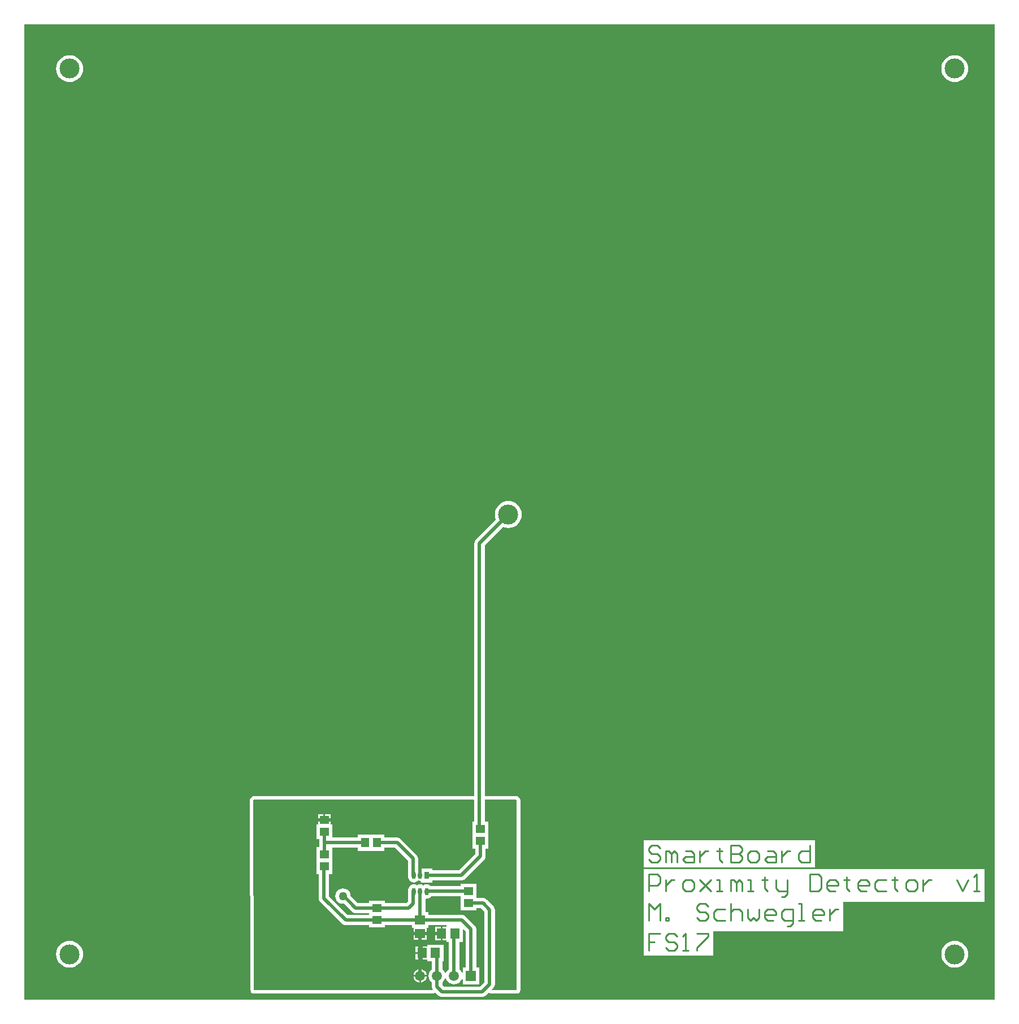
<source format=gtl>
%FSLAX25Y25*%
%MOIN*%
G70*
G01*
G75*
G04 Layer_Physical_Order=1*
G04 Layer_Color=255*
%ADD10R,0.05512X0.05906*%
%ADD11R,0.02559X0.04331*%
%ADD12O,0.02559X0.04331*%
%ADD13R,0.05512X0.04724*%
%ADD14R,0.05906X0.05512*%
%ADD15R,0.04724X0.05512*%
%ADD16C,0.02000*%
%ADD17C,0.01000*%
%ADD18C,0.11811*%
%ADD19C,0.05906*%
%ADD20R,0.05906X0.05906*%
%ADD21C,0.05000*%
G36*
X580000Y7500D02*
X7500D01*
Y582500D01*
X580000D01*
Y7500D01*
D02*
G37*
%LPC*%
G36*
X473969Y101497D02*
X373000D01*
Y85500D01*
X473969D01*
Y101497D01*
D02*
G37*
G36*
X34252Y42196D02*
X32702Y42043D01*
X31212Y41591D01*
X29839Y40857D01*
X28635Y39869D01*
X27647Y38665D01*
X26913Y37292D01*
X26461Y35802D01*
X26308Y34252D01*
X26461Y32702D01*
X26913Y31212D01*
X27647Y29839D01*
X28635Y28635D01*
X29839Y27647D01*
X31212Y26913D01*
X32702Y26461D01*
X34252Y26308D01*
X35802Y26461D01*
X37292Y26913D01*
X38665Y27647D01*
X39869Y28635D01*
X40857Y29839D01*
X41591Y31212D01*
X42043Y32702D01*
X42196Y34252D01*
X42043Y35802D01*
X41591Y37292D01*
X40857Y38665D01*
X39869Y39869D01*
X38665Y40857D01*
X37292Y41591D01*
X35802Y42043D01*
X34252Y42196D01*
D02*
G37*
G36*
X573937Y84497D02*
X373000D01*
Y65168D01*
Y47668D01*
Y33500D01*
X413989D01*
Y47668D01*
X490631D01*
Y65168D01*
X573937D01*
Y84497D01*
D02*
G37*
G36*
X556299Y42196D02*
X554749Y42043D01*
X553259Y41591D01*
X551886Y40857D01*
X550682Y39869D01*
X549694Y38665D01*
X548960Y37292D01*
X548508Y35802D01*
X548355Y34252D01*
X548508Y32702D01*
X548960Y31212D01*
X549694Y29839D01*
X550682Y28635D01*
X551886Y27647D01*
X553259Y26913D01*
X554749Y26461D01*
X556299Y26308D01*
X557849Y26461D01*
X559339Y26913D01*
X560712Y27647D01*
X561916Y28635D01*
X562904Y29839D01*
X563638Y31212D01*
X564090Y32702D01*
X564243Y34252D01*
X564090Y35802D01*
X563638Y37292D01*
X562904Y38665D01*
X561916Y39869D01*
X560712Y40857D01*
X559339Y41591D01*
X557849Y42043D01*
X556299Y42196D01*
D02*
G37*
G36*
Y564243D02*
X554749Y564090D01*
X553259Y563638D01*
X551886Y562904D01*
X550682Y561916D01*
X549694Y560712D01*
X548960Y559339D01*
X548508Y557849D01*
X548355Y556299D01*
X548508Y554749D01*
X548960Y553259D01*
X549694Y551886D01*
X550682Y550682D01*
X551886Y549694D01*
X553259Y548960D01*
X554749Y548508D01*
X556299Y548355D01*
X557849Y548508D01*
X559339Y548960D01*
X560712Y549694D01*
X561916Y550682D01*
X562904Y551886D01*
X563638Y553259D01*
X564090Y554749D01*
X564243Y556299D01*
X564090Y557849D01*
X563638Y559339D01*
X562904Y560712D01*
X561916Y561916D01*
X560712Y562904D01*
X559339Y563638D01*
X557849Y564090D01*
X556299Y564243D01*
D02*
G37*
G36*
X34252D02*
X32702Y564090D01*
X31212Y563638D01*
X29839Y562904D01*
X28635Y561916D01*
X27647Y560712D01*
X26913Y559339D01*
X26461Y557849D01*
X26308Y556299D01*
X26461Y554749D01*
X26913Y553259D01*
X27647Y551886D01*
X28635Y550682D01*
X29839Y549694D01*
X31212Y548960D01*
X32702Y548508D01*
X34252Y548355D01*
X35802Y548508D01*
X37292Y548960D01*
X38665Y549694D01*
X39869Y550682D01*
X40857Y551886D01*
X41591Y553259D01*
X42043Y554749D01*
X42196Y556299D01*
X42043Y557849D01*
X41591Y559339D01*
X40857Y560712D01*
X39869Y561916D01*
X38665Y562904D01*
X37292Y563638D01*
X35802Y564090D01*
X34252Y564243D01*
D02*
G37*
G36*
X293000Y301444D02*
X291450Y301291D01*
X289960Y300839D01*
X288587Y300105D01*
X287383Y299117D01*
X286395Y297913D01*
X285661Y296540D01*
X285209Y295050D01*
X285056Y293500D01*
X285209Y291950D01*
X285661Y290460D01*
X285668Y290447D01*
X273860Y278640D01*
X273379Y278013D01*
X273291Y277799D01*
X273077Y277283D01*
X272974Y276500D01*
Y127829D01*
X272621Y127539D01*
X142854Y127539D01*
X142852Y127539D01*
X142850Y127539D01*
X142461Y127461D01*
X142074Y127384D01*
X142072Y127383D01*
X142070Y127382D01*
X141742Y127162D01*
X141412Y126942D01*
X141411Y126940D01*
X141409Y126939D01*
X141056Y126584D01*
X141055Y126582D01*
X141053Y126581D01*
X140835Y126252D01*
X140616Y125922D01*
X140615Y125920D01*
X140614Y125918D01*
X140539Y125531D01*
X140462Y125141D01*
X140463Y125139D01*
X140462Y125137D01*
X140961Y12991D01*
X141039Y12606D01*
X141116Y12220D01*
X141119Y12216D01*
X141120Y12211D01*
X141340Y11885D01*
X141558Y11558D01*
X141562Y11556D01*
X141565Y11552D01*
X141892Y11335D01*
X142220Y11116D01*
X142224Y11115D01*
X142228Y11113D01*
X142614Y11038D01*
X143000Y10961D01*
X248188D01*
X248514Y11026D01*
X248843Y11069D01*
X248902Y11103D01*
X248968Y11116D01*
X249245Y11301D01*
X249533Y11467D01*
X249539Y11475D01*
X249672Y11555D01*
X250204Y11517D01*
X251860Y9860D01*
X252487Y9380D01*
X252701Y9291D01*
X253217Y9077D01*
X254000Y8974D01*
X277500D01*
X278283Y9077D01*
X278799Y9291D01*
X279013Y9380D01*
X279640Y9860D01*
X281450Y11671D01*
X281908Y11626D01*
X281991Y11558D01*
X282254Y11382D01*
X282652Y11116D01*
X282652D01*
X282652Y11116D01*
X282967Y11053D01*
X283433Y10961D01*
X298000D01*
X298780Y11116D01*
X299442Y11558D01*
X299884Y12220D01*
X300039Y13000D01*
Y90500D01*
Y125146D01*
X299884Y125927D01*
X299442Y126588D01*
X299088Y126942D01*
X298427Y127384D01*
X297646Y127539D01*
X279026D01*
Y275247D01*
X289947Y286168D01*
X289960Y286161D01*
X291450Y285709D01*
X293000Y285556D01*
X294550Y285709D01*
X296040Y286161D01*
X297413Y286895D01*
X298617Y287883D01*
X299605Y289087D01*
X300339Y290460D01*
X300791Y291950D01*
X300944Y293500D01*
X300791Y295050D01*
X300339Y296540D01*
X299605Y297913D01*
X298617Y299117D01*
X297413Y300105D01*
X296040Y300839D01*
X294550Y301291D01*
X293000Y301444D01*
D02*
G37*
%LPD*%
G36*
X267974Y47747D02*
Y26453D01*
X266047D01*
Y23564D01*
X265547Y23464D01*
X265326Y23998D01*
X264532Y25032D01*
X264026Y25421D01*
Y41547D01*
X266193D01*
Y48875D01*
X266655Y49066D01*
X267974Y47747D01*
D02*
G37*
G36*
X264744Y67181D02*
Y60094D01*
X274256D01*
Y61431D01*
X276790D01*
X278974Y59247D01*
Y17753D01*
X276247Y15026D01*
X255253D01*
X254026Y16253D01*
Y17579D01*
X254532Y17968D01*
X255326Y19002D01*
X255729Y19976D01*
X256271D01*
X256674Y19002D01*
X257468Y17968D01*
X258502Y17174D01*
X259707Y16675D01*
X261000Y16504D01*
X262293Y16675D01*
X263498Y17174D01*
X264532Y17968D01*
X265326Y19002D01*
X265547Y19536D01*
X266047Y19436D01*
Y16547D01*
X275953D01*
Y26453D01*
X274026D01*
Y49000D01*
X273923Y49783D01*
X273709Y50299D01*
X273621Y50513D01*
X273140Y51140D01*
X267703Y56577D01*
X267076Y57057D01*
X266862Y57146D01*
X266346Y57360D01*
X265563Y57463D01*
X245953D01*
Y59193D01*
X244026D01*
Y66797D01*
X244402Y67127D01*
X244740Y67082D01*
X245596Y67195D01*
X246394Y67525D01*
X247079Y68051D01*
X247437Y68518D01*
X264744D01*
Y67181D01*
D02*
G37*
G36*
X298000Y125146D02*
Y90500D01*
Y13000D01*
X283433D01*
X283241Y13462D01*
X284140Y14360D01*
X284620Y14987D01*
X284709Y15201D01*
X284923Y15717D01*
X285026Y16500D01*
Y60500D01*
X285026Y60500D01*
X284923Y61283D01*
X284620Y62013D01*
X284140Y62640D01*
X280183Y66596D01*
X279556Y67077D01*
X279343Y67166D01*
X278827Y67379D01*
X278043Y67483D01*
X274256D01*
Y75906D01*
X264744D01*
Y74569D01*
X246989D01*
X246394Y75026D01*
X245596Y75357D01*
X244740Y75469D01*
X243884Y75357D01*
X243086Y75026D01*
X242870Y74860D01*
X242654Y75026D01*
X241856Y75357D01*
X241000Y75469D01*
X240144Y75357D01*
X239346Y75026D01*
X239130Y74860D01*
X238914Y75026D01*
X238116Y75357D01*
X237260Y75469D01*
X236404Y75357D01*
X235606Y75026D01*
X234921Y74500D01*
X234395Y73815D01*
X234065Y73018D01*
X234004Y72557D01*
X233798Y72059D01*
X233695Y71276D01*
Y65474D01*
X232790Y64569D01*
X220256D01*
Y65906D01*
X210744D01*
Y64569D01*
X204210D01*
X200002Y68777D01*
X199884Y69675D01*
X199431Y70769D01*
X198709Y71709D01*
X197769Y72431D01*
X196675Y72884D01*
X195500Y73039D01*
X194325Y72884D01*
X193231Y72431D01*
X192291Y71709D01*
X191569Y70769D01*
X191116Y69675D01*
X190961Y68500D01*
X191116Y67325D01*
X191569Y66231D01*
X192291Y65291D01*
X193231Y64569D01*
X194325Y64116D01*
X195500Y63961D01*
X196171Y64050D01*
X200817Y59404D01*
X200817Y59404D01*
X201172Y59132D01*
X201444Y58923D01*
X201746Y58798D01*
X202173Y58621D01*
X202957Y58517D01*
X210744D01*
Y57482D01*
X198297D01*
X187276Y68503D01*
Y81595D01*
X189256D01*
Y88681D01*
Y96974D01*
X204095D01*
Y95244D01*
X219906D01*
Y96974D01*
X226247D01*
X233695Y89526D01*
Y80724D01*
X233798Y79941D01*
X234004Y79443D01*
X234065Y78982D01*
X234395Y78185D01*
X234921Y77500D01*
X235606Y76974D01*
X236404Y76644D01*
X237260Y76531D01*
X238116Y76644D01*
X238914Y76974D01*
X239599Y77500D01*
X239869Y77852D01*
X240111Y77691D01*
X241000Y77514D01*
X241074Y77529D01*
X241461Y77212D01*
Y76559D01*
X248020D01*
Y77698D01*
X265224D01*
X266008Y77802D01*
X266524Y78015D01*
X266737Y78104D01*
X267364Y78585D01*
X278640Y89860D01*
X278640Y89860D01*
X279120Y90487D01*
X279423Y91217D01*
X279435Y91308D01*
X279526Y92000D01*
X279526Y92000D01*
Y96594D01*
X281256D01*
Y103681D01*
Y112406D01*
X279026D01*
Y125500D01*
X297646D01*
X298000Y125146D01*
D02*
G37*
G36*
X272974D02*
Y112406D01*
X271744D01*
Y103681D01*
Y96594D01*
X273474D01*
Y93253D01*
X263971Y83750D01*
X248020D01*
Y84890D01*
X241461D01*
Y84237D01*
X241074Y83920D01*
X241000Y83934D01*
X240246Y83785D01*
X239857Y84006D01*
X239746Y84115D01*
Y90780D01*
X239643Y91563D01*
X239341Y92292D01*
X239132Y92565D01*
X238860Y92919D01*
X238860Y92919D01*
X229640Y102140D01*
X229013Y102620D01*
X228799Y102709D01*
X228283Y102923D01*
X227500Y103026D01*
X219906D01*
Y104756D01*
X204095D01*
Y103026D01*
X189256D01*
Y110819D01*
X188256D01*
Y113043D01*
X180744D01*
Y110819D01*
X179744D01*
Y102094D01*
X181474D01*
Y100000D01*
Y97405D01*
X179744D01*
Y88681D01*
Y81595D01*
X181224D01*
Y67250D01*
X181327Y66467D01*
X181541Y65951D01*
X181630Y65737D01*
X182110Y65110D01*
X194904Y52317D01*
X195530Y51836D01*
X195744Y51748D01*
X196260Y51534D01*
X197043Y51431D01*
X210744D01*
Y50094D01*
X220256D01*
Y51411D01*
X236047D01*
Y49681D01*
X237047D01*
Y47063D01*
X244953D01*
Y49681D01*
X245953D01*
Y51411D01*
X256681D01*
Y50453D01*
X254063D01*
Y46500D01*
Y42547D01*
X256681D01*
Y41547D01*
X257974D01*
Y25421D01*
X257468Y25032D01*
X256674Y23998D01*
X256271Y23024D01*
X255729D01*
X255326Y23998D01*
X254532Y25032D01*
X254026Y25421D01*
Y30047D01*
X254693D01*
Y39953D01*
X245181D01*
Y38953D01*
X242563D01*
Y35000D01*
Y31047D01*
X245181D01*
Y30047D01*
X247974D01*
Y25421D01*
X247468Y25032D01*
X246674Y23998D01*
X246175Y22793D01*
X246005Y21500D01*
X246175Y20207D01*
X246674Y19002D01*
X247468Y17968D01*
X247974Y17579D01*
Y15000D01*
X248077Y14217D01*
X248291Y13701D01*
X248379Y13487D01*
X248409Y13448D01*
X248188Y13000D01*
X143000D01*
X142501Y125146D01*
X142854Y125500D01*
X272621Y125500D01*
X272974Y125146D01*
D02*
G37*
%LPC*%
G36*
X244921Y21000D02*
X241500D01*
Y17579D01*
X242032Y17649D01*
X242993Y18047D01*
X243819Y18681D01*
X244453Y19507D01*
X244851Y20468D01*
X244921Y21000D01*
D02*
G37*
G36*
X240500D02*
X237079D01*
X237149Y20468D01*
X237547Y19507D01*
X238181Y18681D01*
X239007Y18047D01*
X239968Y17649D01*
X240500Y17579D01*
Y21000D01*
D02*
G37*
G36*
X241500Y25421D02*
Y22000D01*
X244921D01*
X244851Y22532D01*
X244453Y23493D01*
X243819Y24319D01*
X242993Y24953D01*
X242032Y25351D01*
X241500Y25421D01*
D02*
G37*
G36*
X240500D02*
X239968Y25351D01*
X239007Y24953D01*
X238181Y24319D01*
X237547Y23493D01*
X237149Y22532D01*
X237079Y22000D01*
X240500D01*
Y25421D01*
D02*
G37*
G36*
X253063Y50453D02*
X249807D01*
Y47000D01*
X253063D01*
Y50453D01*
D02*
G37*
G36*
X244953Y46063D02*
X241500D01*
Y42807D01*
X244953D01*
Y46063D01*
D02*
G37*
G36*
X188256Y116905D02*
X185000D01*
Y114043D01*
X188256D01*
Y116905D01*
D02*
G37*
G36*
X184000D02*
X180744D01*
Y114043D01*
X184000D01*
Y116905D01*
D02*
G37*
G36*
X241563Y38953D02*
X238307D01*
Y35500D01*
X241563D01*
Y38953D01*
D02*
G37*
G36*
Y34500D02*
X238307D01*
Y31047D01*
X241563D01*
Y34500D01*
D02*
G37*
G36*
X240500Y46063D02*
X237047D01*
Y42807D01*
X240500D01*
Y46063D01*
D02*
G37*
G36*
X253063Y46000D02*
X249807D01*
Y42547D01*
X253063D01*
Y46000D01*
D02*
G37*
%LPD*%
D10*
X249937Y35000D02*
D03*
X242063D02*
D03*
X261437Y46500D02*
D03*
X253563D02*
D03*
D11*
X244740Y80724D02*
D03*
D12*
X241000D02*
D03*
X237260D02*
D03*
Y71276D02*
D03*
X241000D02*
D03*
X244740D02*
D03*
D13*
X276500Y108043D02*
D03*
Y100957D02*
D03*
X269500Y71543D02*
D03*
Y64457D02*
D03*
X215500Y61543D02*
D03*
Y54457D02*
D03*
X184500Y85957D02*
D03*
Y93043D02*
D03*
Y106457D02*
D03*
Y113543D02*
D03*
D14*
X241000Y54437D02*
D03*
Y46563D02*
D03*
D15*
X208457Y100000D02*
D03*
X215543D02*
D03*
D16*
X241000Y46563D02*
X241063Y46500D01*
X253563D01*
X261000Y21500D02*
Y46500D01*
X241000Y20563D02*
Y31000D01*
X184500Y100000D02*
X208457D01*
X236720Y64220D02*
Y71276D01*
X195500Y69000D02*
X202957Y61543D01*
X215500D01*
X241000Y54437D02*
X265563D01*
X271000Y49000D01*
Y21500D02*
Y49000D01*
X269500Y64457D02*
X278043D01*
X282000Y60500D01*
Y16500D02*
Y60500D01*
X241000Y31000D02*
Y46563D01*
Y80724D02*
Y98000D01*
X175937Y46563D02*
X241000D01*
X197043Y54457D02*
X215500D01*
X236720Y80724D02*
Y90780D01*
X227500Y100000D02*
X236720Y90780D01*
X215543Y100000D02*
X227500D01*
X215520Y54437D02*
X241000D01*
X245280Y71276D02*
X245547Y71543D01*
X269500D01*
X234043Y61543D02*
X236720Y64220D01*
X215500Y61543D02*
X234043D01*
X241000Y54437D02*
Y71276D01*
X184250Y67250D02*
X197043Y54457D01*
X184250Y67250D02*
Y85707D01*
X184500Y113543D02*
X225457D01*
X241000Y98000D01*
X184500Y93043D02*
Y100000D01*
Y106457D01*
X175543Y113543D02*
X184500D01*
X166000Y104000D02*
X175543Y113543D01*
X166000Y56500D02*
Y104000D01*
Y56500D02*
X175937Y46563D01*
X244740Y80724D02*
X265224D01*
X276500Y92000D01*
Y100957D01*
X276000Y108043D02*
Y276500D01*
X293000Y293500D01*
X251000Y21500D02*
Y33937D01*
X277500Y12000D02*
X282000Y16500D01*
X254000Y12000D02*
X277500D01*
X251000Y15000D02*
X254000Y12000D01*
X251000Y15000D02*
Y21500D01*
D17*
X382664Y46497D02*
X376000D01*
Y41498D01*
X379332D01*
X376000D01*
Y36500D01*
X392661Y44831D02*
X390995Y46497D01*
X387663D01*
X385997Y44831D01*
Y43165D01*
X387663Y41498D01*
X390995D01*
X392661Y39832D01*
Y38166D01*
X390995Y36500D01*
X387663D01*
X385997Y38166D01*
X395993Y36500D02*
X399326D01*
X397660D01*
Y46497D01*
X395993Y44831D01*
X404324Y46497D02*
X410989D01*
Y44831D01*
X404324Y38166D01*
Y36500D01*
X382664Y96831D02*
X380998Y98497D01*
X377666D01*
X376000Y96831D01*
Y95165D01*
X377666Y93498D01*
X380998D01*
X382664Y91832D01*
Y90166D01*
X380998Y88500D01*
X377666D01*
X376000Y90166D01*
X385997Y88500D02*
Y95165D01*
X387663D01*
X389329Y93498D01*
Y88500D01*
Y93498D01*
X390995Y95165D01*
X392661Y93498D01*
Y88500D01*
X397660Y95165D02*
X400992D01*
X402658Y93498D01*
Y88500D01*
X397660D01*
X395993Y90166D01*
X397660Y91832D01*
X402658D01*
X405990Y95165D02*
Y88500D01*
Y91832D01*
X407656Y93498D01*
X409323Y95165D01*
X410989D01*
X417653Y96831D02*
Y95165D01*
X415987D01*
X419319D01*
X417653D01*
Y90166D01*
X419319Y88500D01*
X424318Y98497D02*
Y88500D01*
X429316D01*
X430982Y90166D01*
Y91832D01*
X429316Y93498D01*
X424318D01*
X429316D01*
X430982Y95165D01*
Y96831D01*
X429316Y98497D01*
X424318D01*
X435981Y88500D02*
X439313D01*
X440979Y90166D01*
Y93498D01*
X439313Y95165D01*
X435981D01*
X434314Y93498D01*
Y90166D01*
X435981Y88500D01*
X445977Y95165D02*
X449310D01*
X450976Y93498D01*
Y88500D01*
X445977D01*
X444311Y90166D01*
X445977Y91832D01*
X450976D01*
X454308Y95165D02*
Y88500D01*
Y91832D01*
X455974Y93498D01*
X457640Y95165D01*
X459306D01*
X470969Y98497D02*
Y88500D01*
X465971D01*
X464305Y90166D01*
Y93498D01*
X465971Y95165D01*
X470969D01*
X376000Y54000D02*
Y63997D01*
X379332Y60664D01*
X382664Y63997D01*
Y54000D01*
X385997D02*
Y55666D01*
X387663D01*
Y54000D01*
X385997D01*
X410989Y62331D02*
X409323Y63997D01*
X405990D01*
X404324Y62331D01*
Y60664D01*
X405990Y58998D01*
X409323D01*
X410989Y57332D01*
Y55666D01*
X409323Y54000D01*
X405990D01*
X404324Y55666D01*
X420986Y60664D02*
X415987D01*
X414321Y58998D01*
Y55666D01*
X415987Y54000D01*
X420986D01*
X424318Y63997D02*
Y54000D01*
Y58998D01*
X425984Y60664D01*
X429316D01*
X430982Y58998D01*
Y54000D01*
X434314Y60664D02*
Y55666D01*
X435981Y54000D01*
X437647Y55666D01*
X439313Y54000D01*
X440979Y55666D01*
Y60664D01*
X449310Y54000D02*
X445977D01*
X444311Y55666D01*
Y58998D01*
X445977Y60664D01*
X449310D01*
X450976Y58998D01*
Y57332D01*
X444311D01*
X457640Y50668D02*
X459306D01*
X460972Y52334D01*
Y60664D01*
X455974D01*
X454308Y58998D01*
Y55666D01*
X455974Y54000D01*
X460972D01*
X464305D02*
X467637D01*
X465971D01*
Y63997D01*
X464305D01*
X477634Y54000D02*
X474302D01*
X472635Y55666D01*
Y58998D01*
X474302Y60664D01*
X477634D01*
X479300Y58998D01*
Y57332D01*
X472635D01*
X482632Y60664D02*
Y54000D01*
Y57332D01*
X484298Y58998D01*
X485964Y60664D01*
X487631D01*
X376000Y71500D02*
Y81497D01*
X380998D01*
X382664Y79831D01*
Y76498D01*
X380998Y74832D01*
X376000D01*
X385997Y78164D02*
Y71500D01*
Y74832D01*
X387663Y76498D01*
X389329Y78164D01*
X390995D01*
X397660Y71500D02*
X400992D01*
X402658Y73166D01*
Y76498D01*
X400992Y78164D01*
X397660D01*
X395993Y76498D01*
Y73166D01*
X397660Y71500D01*
X405990Y78164D02*
X412655Y71500D01*
X409323Y74832D01*
X412655Y78164D01*
X405990Y71500D01*
X415987D02*
X419319D01*
X417653D01*
Y78164D01*
X415987D01*
X424318Y71500D02*
Y78164D01*
X425984D01*
X427650Y76498D01*
Y71500D01*
Y76498D01*
X429316Y78164D01*
X430982Y76498D01*
Y71500D01*
X434314D02*
X437647D01*
X435981D01*
Y78164D01*
X434314D01*
X444311Y79831D02*
Y78164D01*
X442645D01*
X445977D01*
X444311D01*
Y73166D01*
X445977Y71500D01*
X450976Y78164D02*
Y73166D01*
X452642Y71500D01*
X457640D01*
Y69834D01*
X455974Y68168D01*
X454308D01*
X457640Y71500D02*
Y78164D01*
X470969Y81497D02*
Y71500D01*
X475968D01*
X477634Y73166D01*
Y79831D01*
X475968Y81497D01*
X470969D01*
X485964Y71500D02*
X482632D01*
X480966Y73166D01*
Y76498D01*
X482632Y78164D01*
X485964D01*
X487631Y76498D01*
Y74832D01*
X480966D01*
X492629Y79831D02*
Y78164D01*
X490963D01*
X494295D01*
X492629D01*
Y73166D01*
X494295Y71500D01*
X504292D02*
X500960D01*
X499294Y73166D01*
Y76498D01*
X500960Y78164D01*
X504292D01*
X505958Y76498D01*
Y74832D01*
X499294D01*
X515955Y78164D02*
X510956D01*
X509290Y76498D01*
Y73166D01*
X510956Y71500D01*
X515955D01*
X520953Y79831D02*
Y78164D01*
X519287D01*
X522619D01*
X520953D01*
Y73166D01*
X522619Y71500D01*
X529284D02*
X532616D01*
X534282Y73166D01*
Y76498D01*
X532616Y78164D01*
X529284D01*
X527618Y76498D01*
Y73166D01*
X529284Y71500D01*
X537614Y78164D02*
Y71500D01*
Y74832D01*
X539281Y76498D01*
X540947Y78164D01*
X542613D01*
X557608D02*
X560940Y71500D01*
X564272Y78164D01*
X567605Y71500D02*
X570937D01*
X569271D01*
Y81497D01*
X567605Y79831D01*
D18*
X34252Y556299D02*
D03*
X556299D02*
D03*
Y34252D02*
D03*
X34252D02*
D03*
X293000Y293500D02*
D03*
D19*
X241000Y21500D02*
D03*
X251000D02*
D03*
X261000D02*
D03*
D20*
X271000D02*
D03*
D21*
X195500Y68500D02*
D03*
M02*

</source>
